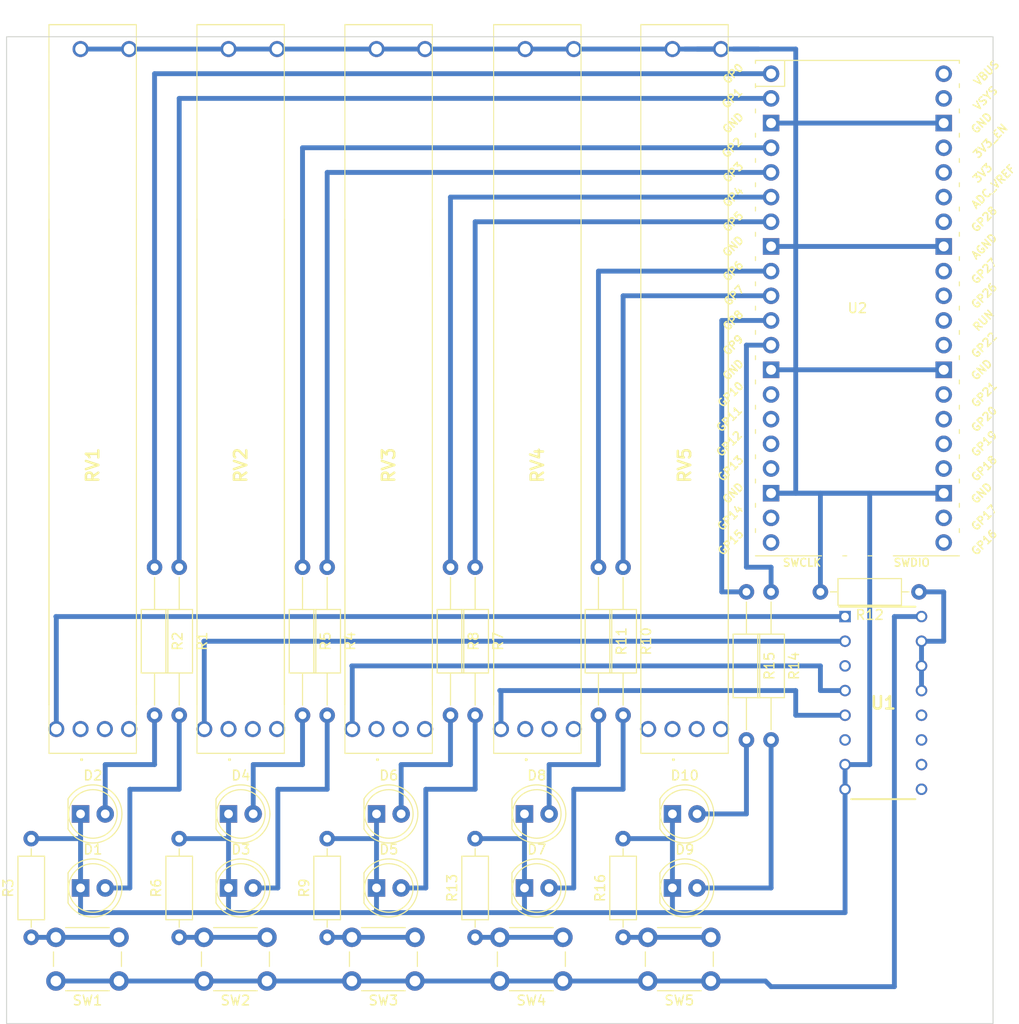
<source format=kicad_pcb>
(kicad_pcb (version 20221018) (generator pcbnew)
  (layers (0 "F.Cu" signal) (31 "B.Cu" signal) (34 "B.Paste" user) (35 "F.Paste" user) (36 "B.SilkS" user "B.Silkscreen") (37 "F.SilkS" user "F.Silkscreen") (38 "B.Mask" user) (39 "F.Mask" user) (44 "Edge.Cuts" user))
  (net 0 "")
  (net 1 "GND")
  (net 2 "/ANAL1")
  (net 3 "+5V")
  (net 4 "/POT1")
  (net 5 "/POT2")
  (net 6 "/POT3")
  (net 7 "/POT4")
  (net 8 "/INH")
  (net 9 "/MUXC")
  (net 10 "/MUXB")
  (net 11 "/MUXA")
  (net 12 "/POT5")
  (net 13 "+3V3")
  (net 14 "Net-(D1-A)")
  (net 15 "/LED1R")
  (net 16 "Net-(D2-A)")
  (net 17 "/LED1G")
  (net 18 "Net-(D3-A)")
  (net 19 "/LED2R")
  (net 20 "Net-(D4-A)")
  (net 21 "/LED2G")
  (net 22 "Net-(D5-A)")
  (net 23 "/LED3R")
  (net 24 "Net-(D6-A)")
  (net 25 "/LED3G")
  (net 26 "Net-(D7-A)")
  (net 27 "/LED4R")
  (net 28 "Net-(D8-A)")
  (net 29 "/LED4G")
  (net 30 "Net-(D9-A)")
  (net 31 "/LED5R")
  (net 32 "Net-(D10-A)")
  (net 33 "/LED5G")
  (net 34 "/SW1")
  (net 35 "/SW2")
  (net 36 "/SW3")
  (net 37 "/SW4")
  (net 38 "/SW5")
  (net 39 "Net-(U1-IN{slash}OUT_6)")
  (footprint "Resistor_THT:R_Axial_DIN0207_L6.3mm_D2.5mm_P10.16mm_Horizontal" (layer "F.Cu") (at 134.62 144.78 90)
    (fp_text reference "R9" (at 5.08 -2.37 90) (layer "F.SilkS"))
    (fp_text value "10k")
    (pad "1" thru_hole circle (at 0 0 90) (size 1.6 1.6) (drill 0.8) (layers "*.Cu" "*.Mask") (net 36 "/SW3"))
    (pad "2" thru_hole oval (at 10.16 0 90) (size 1.6 1.6) (drill 0.8) (layers "*.Cu" "*.Mask") (net 1 "GND"))
  )
  (footprint "LED_THT:LED_D5.0mm" (layer "F.Cu") (at 170.18 139.7)
    (fp_text reference "D9" (at 1.27 -3.96) (layer "F.SilkS"))
    (fp_text value "red")
    (pad "1" thru_hole rect (at 0 0) (size 1.8 1.8) (drill 0.9) (layers "*.Cu" "*.Mask") (net 1 "GND"))
    (pad "2" thru_hole circle (at 2.54 0) (size 1.8 1.8) (drill 0.9) (layers "*.Cu" "*.Mask") (net 30 "Net-(D9-A)"))
  )
  (footprint "LED_THT:LED_D5.0mm" (layer "F.Cu") (at 154.94 139.7)
    (fp_text reference "D7" (at 1.27 -3.96) (layer "F.SilkS"))
    (fp_text value "red")
    (pad "1" thru_hole rect (at 0 0) (size 1.8 1.8) (drill 0.9) (layers "*.Cu" "*.Mask") (net 1 "GND"))
    (pad "2" thru_hole circle (at 2.54 0) (size 1.8 1.8) (drill 0.9) (layers "*.Cu" "*.Mask") (net 26 "Net-(D7-A)"))
  )
  (footprint "Samacsys:RS60112A600N" (layer "F.Cu") (at 139.7 123.34 90)
    (fp_text reference "RV3" (at 27.15 1.25 90) (layer "F.SilkS") (effects (font (size 1.27 1.27) (thickness 0.254))))
    (fp_text value "10k" hide)
    (pad "1" thru_hole circle (at 0 0 90) (size 1.65 1.65) (drill 1.1) (layers "*.Cu" "*.Mask") (net 13 "+3V3"))
    (pad "2" thru_hole circle (at 0 -2.5 90) (size 1.65 1.65) (drill 1.1) (layers "*.Cu" "*.Mask") (net 6 "/POT3"))
    (pad "3" thru_hole circle (at 70 0 90) (size 1.65 1.65) (drill 1.1) (layers "*.Cu" "*.Mask") (net 1 "GND"))
    (pad "B1" thru_hole circle (at 0 5 90) (size 1.65 1.65) (drill 1.1) (layers "*.Cu" "*.Mask"))
    (pad "B2" thru_hole circle (at 0 2.5 90) (size 1.65 1.65) (drill 1.1) (layers "*.Cu" "*.Mask"))
    (pad "B3" thru_hole circle (at 70 5 90) (size 1.65 1.65) (drill 1.1) (layers "*.Cu" "*.Mask"))
  )
  (footprint "Resistor_THT:R_Axial_DIN0207_L6.3mm_D2.5mm_P15.24mm_Horizontal" (layer "F.Cu") (at 165.1 106.68 -90)
    (fp_text reference "R10" (at 7.62 -2.37 -90) (layer "F.SilkS"))
    (fp_text value "1k")
    (pad "1" thru_hole circle (at 0 0 270) (size 1.6 1.6) (drill 0.8) (layers "*.Cu" "*.Mask") (net 27 "/LED4R"))
    (pad "2" thru_hole oval (at 15.24 0 270) (size 1.6 1.6) (drill 0.8) (layers "*.Cu" "*.Mask") (net 26 "Net-(D7-A)"))
  )
  (footprint "Resistor_THT:R_Axial_DIN0207_L6.3mm_D2.5mm_P15.24mm_Horizontal" (layer "F.Cu") (at 149.86 106.68 -90)
    (fp_text reference "R7" (at 7.62 -2.37 -90) (layer "F.SilkS"))
    (fp_text value "1k")
    (pad "1" thru_hole circle (at 0 0 270) (size 1.6 1.6) (drill 0.8) (layers "*.Cu" "*.Mask") (net 23 "/LED3R"))
    (pad "2" thru_hole oval (at 15.24 0 270) (size 1.6 1.6) (drill 0.8) (layers "*.Cu" "*.Mask") (net 22 "Net-(D5-A)"))
  )
  (footprint "Resistor_THT:R_Axial_DIN0207_L6.3mm_D2.5mm_P15.24mm_Horizontal" (layer "F.Cu") (at 119.38 106.68 -90)
    (fp_text reference "R1" (at 7.62 -2.37 -90) (layer "F.SilkS"))
    (fp_text value "1k")
    (pad "1" thru_hole circle (at 0 0 270) (size 1.6 1.6) (drill 0.8) (layers "*.Cu" "*.Mask") (net 15 "/LED1R"))
    (pad "2" thru_hole oval (at 15.24 0 270) (size 1.6 1.6) (drill 0.8) (layers "*.Cu" "*.Mask") (net 14 "Net-(D1-A)"))
  )
  (footprint "Resistor_THT:R_Axial_DIN0207_L6.3mm_D2.5mm_P15.24mm_Horizontal" (layer "F.Cu") (at 162.56 106.68 -90)
    (fp_text reference "R11" (at 7.62 -2.37 -90) (layer "F.SilkS"))
    (fp_text value "1k")
    (pad "1" thru_hole circle (at 0 0 270) (size 1.6 1.6) (drill 0.8) (layers "*.Cu" "*.Mask") (net 29 "/LED4G"))
    (pad "2" thru_hole oval (at 15.24 0 270) (size 1.6 1.6) (drill 0.8) (layers "*.Cu" "*.Mask") (net 28 "Net-(D8-A)"))
  )
  (footprint "Button_Switch_THT:SW_PUSH_6mm" (layer "F.Cu") (at 174.14 149.28 180)
    (fp_text reference "SW5" (at 3.25 -2) (layer "F.SilkS"))
    (fp_text value "SW_Push" hide)
    (pad "1" thru_hole circle (at 0 0 270) (size 2 2) (drill 1.1) (layers "*.Cu" "*.Mask") (net 13 "+3V3"))
    (pad "1" thru_hole circle (at 6.5 0 270) (size 2 2) (drill 1.1) (layers "*.Cu" "*.Mask") (net 13 "+3V3"))
    (pad "2" thru_hole circle (at 0 4.5 270) (size 2 2) (drill 1.1) (layers "*.Cu" "*.Mask") (net 38 "/SW5"))
    (pad "2" thru_hole circle (at 6.5 4.5 270) (size 2 2) (drill 1.1) (layers "*.Cu" "*.Mask") (net 38 "/SW5"))
  )
  (footprint "LED_THT:LED_D5.0mm" (layer "F.Cu") (at 170.18 132.08)
    (fp_text reference "D10" (at 1.27 -3.96) (layer "F.SilkS"))
    (fp_text value "green")
    (pad "1" thru_hole rect (at 0 0) (size 1.8 1.8) (drill 0.9) (layers "*.Cu" "*.Mask") (net 1 "GND"))
    (pad "2" thru_hole circle (at 2.54 0) (size 1.8 1.8) (drill 0.9) (layers "*.Cu" "*.Mask") (net 32 "Net-(D10-A)"))
  )
  (footprint "LED_THT:LED_D5.0mm" (layer "F.Cu") (at 109.22 132.08)
    (fp_text reference "D2" (at 1.27 -3.96) (layer "F.SilkS"))
    (fp_text value "green")
    (pad "1" thru_hole rect (at 0 0) (size 1.8 1.8) (drill 0.9) (layers "*.Cu" "*.Mask") (net 1 "GND"))
    (pad "2" thru_hole circle (at 2.54 0) (size 1.8 1.8) (drill 0.9) (layers "*.Cu" "*.Mask") (net 16 "Net-(D2-A)"))
  )
  (footprint "Resistor_THT:R_Axial_DIN0207_L6.3mm_D2.5mm_P15.24mm_Horizontal" (layer "F.Cu") (at 180.34 109.22 -90)
    (fp_text reference "R14" (at 7.62 -2.37 -90) (layer "F.SilkS"))
    (fp_text value "1k")
    (pad "1" thru_hole circle (at 0 0 270) (size 1.6 1.6) (drill 0.8) (layers "*.Cu" "*.Mask") (net 31 "/LED5R"))
    (pad "2" thru_hole oval (at 15.24 0 270) (size 1.6 1.6) (drill 0.8) (layers "*.Cu" "*.Mask") (net 30 "Net-(D9-A)"))
  )
  (footprint "Resistor_THT:R_Axial_DIN0207_L6.3mm_D2.5mm_P10.16mm_Horizontal" (layer "F.Cu") (at 195.58 109.22 180)
    (fp_text reference "R12" (at 5.08 -2.37) (layer "F.SilkS"))
    (fp_text value "10k")
    (pad "1" thru_hole circle (at 0 0 180) (size 1.6 1.6) (drill 0.8) (layers "*.Cu" "*.Mask") (net 39 "Net-(U1-IN{slash}OUT_6)"))
    (pad "2" thru_hole oval (at 10.16 0 180) (size 1.6 1.6) (drill 0.8) (layers "*.Cu" "*.Mask") (net 1 "GND"))
  )
  (footprint "Samacsys:RS60112A600N" (layer "F.Cu") (at 155.02 123.34 90)
    (fp_text reference "RV4" (at 27.15 1.25 90) (layer "F.SilkS") (effects (font (size 1.27 1.27) (thickness 0.254))))
    (fp_text value "10k" hide)
    (pad "1" thru_hole circle (at 0 0 90) (size 1.65 1.65) (drill 1.1) (layers "*.Cu" "*.Mask") (net 13 "+3V3"))
    (pad "2" thru_hole circle (at 0 -2.5 90) (size 1.65 1.65) (drill 1.1) (layers "*.Cu" "*.Mask") (net 7 "/POT4"))
    (pad "3" thru_hole circle (at 70 0 90) (size 1.65 1.65) (drill 1.1) (layers "*.Cu" "*.Mask") (net 1 "GND"))
    (pad "B1" thru_hole circle (at 0 5 90) (size 1.65 1.65) (drill 1.1) (layers "*.Cu" "*.Mask"))
    (pad "B2" thru_hole circle (at 0 2.5 90) (size 1.65 1.65) (drill 1.1) (layers "*.Cu" "*.Mask"))
    (pad "B3" thru_hole circle (at 70 5 90) (size 1.65 1.65) (drill 1.1) (layers "*.Cu" "*.Mask"))
  )
  (footprint "Pico_W:RPi_Pico_THT" (layer "F.Cu") (at 189.23 80.01)
    (fp_text reference "U2" (at 0 0) (layer "F.SilkS"))
    (fp_text value "Pico")
    (fp_text user "GP27" (at 13.054 -3.8 45) (layer "F.SilkS") (effects (font (size 0.8 0.8))))
    (fp_text user "VBUS" (at 13.3 -24.2 45) (layer "F.SilkS") (effects (font (size 0.8 0.8))))
    (fp_text user "GP16" (at 13.054 24.13 45) (layer "F.SilkS") (effects (font (size 0.8 0.8))))
    (fp_text user "GP9" (at -12.8 3.81 45) (layer "F.SilkS") (effects (font (size 0.8 0.8))))
    (fp_text user "GP8" (at -12.8 1.27 45) (layer "F.SilkS") (effects (font (size 0.8 0.8))))
    (fp_text user "GND" (at -12.8 6.35 45) (layer "F.SilkS") (effects (font (size 0.8 0.8))))
    (fp_text user "SWCLK" (at -5.7 26.2) (layer "F.SilkS") (effects (font (size 0.8 0.8))))
    (fp_text user "GP28" (at 13.054 -9.144 45) (layer "F.SilkS") (effects (font (size 0.8 0.8))))
    (fp_text user "GP7" (at -12.7 -1.3 45) (layer "F.SilkS") (effects (font (size 0.8 0.8))))
    (fp_text user "3V3" (at 12.9 -13.9 45) (layer "F.SilkS") (effects (font (size 0.8 0.8))))
    (fp_text user "GP11" (at -13.2 11.43 45) (layer "F.SilkS") (effects (font (size 0.8 0.8))))
    (fp_text user "GP4" (at -12.8 -11.43 45) (layer "F.SilkS") (effects (font (size 0.8 0.8))))
    (fp_text user "3V3_EN" (at 13.7 -17.2 45) (layer "F.SilkS") (effects (font (size 0.8 0.8))))
    (fp_text user "GP21" (at 13.054 8.9 45) (layer "F.SilkS") (effects (font (size 0.8 0.8))))
    (fp_text user "GP1" (at -12.9 -21.6 45) (layer "F.SilkS") (effects (font (size 0.8 0.8))))
    (fp_text user "GP22" (at 13.054 3.81 45) (layer "F.SilkS") (effects (font (size 0.8 0.8))))
    (fp_text user "GP3" (at -12.8 -13.97 45) (layer "F.SilkS") (effects (font (size 0.8 0.8))))
    (fp_text user "GP26" (at 13.054 -1.27 45) (layer "F.SilkS") (effects (font (size 0.8 0.8))))
    (fp_text user "GND" (at -12.8 19.05 45) (layer "F.SilkS") (effects (font (size 0.8 0.8))))
    (fp_text user "GP10" (at -13.054 8.89 45) (layer "F.SilkS") (effects (font (size 0.8 0.8))))
    (fp_text user "GP15" (at -13.054 24.13 45) (layer "F.SilkS") (effects (font (size 0.8 0.8))))
    (fp_text user "ADC_VREF" (at 14 -12.5 45) (layer "F.SilkS") (effects (font (size 0.8 0.8))))
    (fp_text user "GP19" (at 13.054 13.97 45) (layer "F.SilkS") (effects (font (size 0.8 0.8))))
    (fp_text user "GND" (at 12.8 19.05 45) (layer "F.SilkS") (effects (font (size 0.8 0.8))))
    (fp_text user "AGND" (at 13.054 -6.35 45) (layer "F.SilkS") (effects (font (size 0.8 0.8))))
    (fp_text user "RUN" (at 13 1.27 45) (layer "F.SilkS") (effects (font (size 0.8 0.8))))
    (fp_text user "GND" (at -12.8 -19.05 45) (layer "F.SilkS") (effects (font (size 0.8 0.8))))
    (fp_text user "GP12" (at -13.2 13.97 45) (layer "F.SilkS") (effects (font (size 0.8 0.8))))
    (fp_text user "GP18" (at 13.054 16.51 45) (layer "F.SilkS") (effects (font (size 0.8 0.8))))
    (fp_text user "SWDIO" (at 5.6 26.2) (layer "F.SilkS") (effects (font (size 0.8 0.8))))
    (fp_text user "GND" (at 12.8 6.35 45) (layer "F.SilkS") (effects (font (size 0.8 0.8))))
    (fp_text user "GP2" (at -12.9 -16.51 45) (layer "F.SilkS") (effects (font (size 0.8 0.8))))
    (fp_text user "GP17" (at 13.054 21.59 45) (layer "F.SilkS") (effects (font (size 0.8 0.8))))
    (fp_text user "GND" (at 12.8 -19.05 45) (layer "F.SilkS") (effects (font (size 0.8 0.8))))
    (fp_text user "GP20" (at 13.054 11.43 45) (layer "F.SilkS") (effects (font (size 0.8 0.8))))
    (fp_text user "GP5" (at -12.8 -8.89 45) (layer "F.SilkS") (effects (font (size 0.8 0.8))))
    (fp_text user "GP13" (at -13.054 16.51 45) (layer "F.SilkS") (effects (font (size 0.8 0.8))))
    (fp_text user "GND" (at -12.8 -6.35 45) (layer "F.SilkS") (effects (font (size 0.8 0.8))))
    (fp_text user "VSYS" (at 13.2 -21.59 45) (layer "F.SilkS") (effects (font (size 0.8 0.8))))
    (fp_text user "GP14" (at -13.1 21.59 45) (layer "F.SilkS") (effects (font (size 0.8 0.8))))
    (fp_text user "GP0" (at -12.8 -24.13 45) (layer "F.SilkS") (effects (font (size 0.8 0.8))))
    (fp_text user "GP6" (at -12.8 -3.81 45) (layer "F.SilkS") (effects (font (size 0.8 0.8))))
    (pad "" np_thru_hole oval (at -2.725 -24) (size 1.8 1.8) (drill 1.8) (layers "*.Cu" "*.Mask"))
    (pad "" np_thru_hole oval (at -2.425 -20.97) (size 1.5 1.5) (drill 1.5) (layers "*.Cu" "*.Mask"))
    (pad "" np_thru_hole oval (at 2.425 -20.97) (size 1.5 1.5) (drill 1.5) (layers "*.Cu" "*.Mask"))
    (pad "" np_thru_hole oval (at 2.725 -24) (size 1.8 1.8) (drill 1.8) (layers "*.Cu" "*.Mask"))
    (pad "1" thru_hole oval (at -8.89 -24.13) (size 1.7 1.7) (drill 1.02) (layers "*.Cu" "*.Mask") (net 17 "/LED1G"))
    (pad "2" thru_hole oval (at -8.89 -21.59) (size 1.7 1.7) (drill 1.02) (layers "*.Cu" "*.Mask") (net 15 "/LED1R"))
    (pad "3" thru_hole rect (at -8.89 -19.05) (size 1.7 1.7) (drill 1.02) (layers "*.Cu" "*.Mask") (net 1 "GND"))
    (pad "4" thru_hole oval (at -8.89 -16.51) (size 1.7 1.7) (drill 1.02) (layers "*.Cu" "*.Mask") (net 21 "/LED2G"))
    (pad "5" thru_hole oval (at -8.89 -13.97) (size 1.7 1.7) (drill 1.02) (layers "*.Cu" "*.Mask") (net 19 "/LED2R"))
    (pad "6" thru_hole oval (at -8.89 -11.43) (size 1.7 1.7) (drill 1.02) (layers "*.Cu" "*.Mask") (net 25 "/LED3G"))
    (pad "7" thru_hole oval (at -8.89 -8.89) (size 1.7 1.7) (drill 1.02) (layers "*.Cu" "*.Mask") (net 23 "/LED3R"))
    (pad "8" thru_hole rect (at -8.89 -6.35) (size 1.7 1.7) (drill 1.02) (layers "*.Cu" "*.Mask") (net 1 "GND"))
    (pad "9" thru_hole oval (at -8.89 -3.81) (size 1.7 1.7) (drill 1.02) (layers "*.Cu" "*.Mask") (net 29 "/LED4G"))
    (pad "10" thru_hole oval (at -8.89 -1.27) (size 1.7 1.7) (drill 1.02) (layers "*.Cu" "*.Mask") (net 27 "/LED4R"))
    (pad "11" thru_hole oval (at -8.89 1.27) (size 1.7 1.7) (drill 1.02) (layers "*.Cu" "*.Mask") (net 33 "/LED5G"))
    (pad "12" thru_hole oval (at -8.89 3.81) (size 1.7 1.7) (drill 1.02) (layers "*.Cu" "*.Mask") (net 31 "/LED5R"))
    (pad "13" thru_hole rect (at -8.89 6.35) (size 1.7 1.7) (drill 1.02) (layers "*.Cu" "*.Mask") (net 1 "GND"))
    (pad "14" thru_hole oval (at -8.89 8.89) (size 1.7 1.7) (drill 1.02) (layers "*.Cu" "*.Mask") (net 34 "/SW1"))
    (pad "15" thru_hole oval (at -8.89 11.43) (size 1.7 1.7) (drill 1.02) (layers "*.Cu" "*.Mask") (net 35 "/SW2"))
    (pad "16" thru_hole oval (at -8.89 13.97) (size 1.7 1.7) (drill 1.02) (layers "*.Cu" "*.Mask") (net 36 "/SW3"))
    (pad "17" thru_hole oval (at -8.89 16.51) (size 1.7 1.7) (drill 1.02) (layers "*.Cu" "*.Mask") (net 37 "/SW4"))
    (pad "18" thru_hole rect (at -8.89 19.05) (size 1.7 1.7) (drill 1.02) (layers "*.Cu" "*.Mask") (net 1 "GND"))
    (pad "19" thru_hole oval (at -8.89 21.59) (size 1.7 1.7) (drill 1.02) (layers "*.Cu" "*.Mask") (net 38 "/SW5"))
    (pad "20" thru_hole oval (at -8.89 24.13) (size 1.7 1.7) (drill 1.02) (layers "*.Cu" "*.Mask"))
    (pad "21" thru_hole oval (at 8.89 24.13) (size 1.7 1.7) (drill 1.02) (layers "*.Cu" "*.Mask") (net 9 "/MUXC"))
    (pad "22" thru_hole oval (at 8.89 21.59) (size 1.7 1.7) (drill 1.02) (layers "*.Cu" "*.Mask") (net 10 "/MUXB"))
    (pad "23" thru_hole rect (at 8.89 19.05) (size 1.7 1.7) (drill 1.02) (layers "*.Cu" "*.Mask") (net 1 "GND"))
    (pad "24" thru_hole oval (at 8.89 16.51) (size 1.7 1.7) (drill 1.02) (layers "*.Cu" "*.Mask") (net 11 "/MUXA"))
    (pad "25" thru_hole oval (at 8.89 13.97) (size 1.7 1.7) (drill 1.02) (layers "*.Cu" "*.Mask"))
    (pad "26" thru_hole oval (at 8.89 11.43) (size 1.7 1.7) (drill 1.02) (layers "*.Cu" "*.Mask"))
    (pad "27" thru_hole oval (at 8.89 8.89) (size 1.7 1.7) (drill 1.02) (layers "*.Cu" "*.Mask"))
    (pad "28" thru_hole rect (at 8.89 6.35) (size 1.7 1.7) (drill 1.02) (layers "*.Cu" "*.Mask") (net 1 "GND"))
    (pad "29" thru_hole oval (at 8.89 3.81) (size 1.7 1.7) (drill 1.02) (layers "*.Cu" "*.Mask"))
    (pad "30" thru_hole oval (at 8.89 1.27) (size 1.7 1.7) (drill 1.02) (layers "*.Cu" "*.Mask"))
    (pad "31" thru_hole oval (at 8.89 -1.27) (size 1.7 1.7) (drill 1.02) (layers "*.Cu" "*.Mask") (net 2 "/ANAL1"))
    (pad "32" thru_hole oval (at 8.89 -3.81) (size 1.7 1.7) (drill 1.02) (layers "*.Cu" "*.Mask"))
    (pad "33" thru_hole rect (at 8.89 -6.35) (size 1.7 1.7) (drill 1.02) (layers "*.Cu" "*.Mask") (net 1 "GND"))
    (pad "34" thru_hole oval (at 8.89 -8.89) (size 1.7 1.7) (drill 1.02) (layers "*.Cu" "*.Mask"))
    (pad "35" thru_hole oval (at 8.89 -11.43) (size 1.7 1.7) (drill 1.02) (layers "*.Cu" "*.Mask"))
    (pad "36" thru_hole oval (at 8.89 -13.97) (size 1.7 1.7) (drill 1.02) (layers "*.Cu" "*.Mask"))
    (pad "37" thru_hole oval (at 8.89 -16.51) (size 1.7 1.7) (drill 1.02) (layers "*.Cu" "*.Mask"))
    (pad "38" thru_hole rect (at 8.89 -19.05) (size 1.7 1.7) (drill 1.02) (layers "*.Cu" "*.Mask") (net 1 "GND"))
    (pad "39" thru_hole oval (at 8.89 -21.59) (size 1.7 1.7) (drill 1.02) (layers "*.Cu" "*.Mask"))
    (pad "40" thru_hole oval (at 8.89 -24.13) (size 1.7 1.7) (drill 1.02) (layers "*.Cu" "*.Mask") (net 3 "+5V"))
  )
  (footprint "LED_THT:LED_D5.0mm" (layer "F.Cu") (at 154.94 132.08)
    (fp_text reference "D8" (at 1.27 -3.96) (layer "F.SilkS"))
    (fp_text value "green")
    (pad "1" thru_hole rect (at 0 0) (size 1.8 1.8) (drill 0.9) (layers "*.Cu" "*.Mask") (net 1 "GND"))
    (pad "2" thru_hole circle (at 2.54 0) (size 1.8 1.8) (drill 0.9) (layers "*.Cu" "*.Mask") (net 28 "Net-(D8-A)"))
  )
  (footprint "LED_THT:LED_D5.0mm" (layer "F.Cu") (at 139.7 139.7)
    (fp_text reference "D5" (at 1.27 -3.96) (layer "F.SilkS"))
    (fp_text value "red")
    (pad "1" thru_hole rect (at 0 0) (size 1.8 1.8) (drill 0.9) (layers "*.Cu" "*.Mask") (net 1 "GND"))
    (pad "2" thru_hole circle (at 2.54 0) (size 1.8 1.8) (drill 0.9) (layers "*.Cu" "*.Mask") (net 22 "Net-(D5-A)"))
  )
  (footprint "LED_THT:LED_D5.0mm" (layer "F.Cu") (at 109.22 139.7)
    (fp_text reference "D1" (at 1.27 -3.96) (layer "F.SilkS"))
    (fp_text value "red")
    (pad "1" thru_hole rect (at 0 0) (size 1.8 1.8) (drill 0.9) (layers "*.Cu" "*.Mask") (net 1 "GND"))
    (pad "2" thru_hole circle (at 2.54 0) (size 1.8 1.8) (drill 0.9) (layers "*.Cu" "*.Mask") (net 14 "Net-(D1-A)"))
  )
  (footprint "Button_Switch_THT:SW_PUSH_6mm" (layer "F.Cu") (at 128.42 149.28 180)
    (fp_text reference "SW2" (at 3.25 -2) (layer "F.SilkS"))
    (fp_text value "SW_Push" hide)
    (pad "1" thru_hole circle (at 0 0 270) (size 2 2) (drill 1.1) (layers "*.Cu" "*.Mask") (net 13 "+3V3"))
    (pad "1" thru_hole circle (at 6.5 0 270) (size 2 2) (drill 1.1) (layers "*.Cu" "*.Mask") (net 13 "+3V3"))
    (pad "2" thru_hole circle (at 0 4.5 270) (size 2 2) (drill 1.1) (layers "*.Cu" "*.Mask") (net 35 "/SW2"))
    (pad "2" thru_hole circle (at 6.5 4.5 270) (size 2 2) (drill 1.1) (layers "*.Cu" "*.Mask") (net 35 "/SW2"))
  )
  (footprint "Button_Switch_THT:SW_PUSH_6mm" (layer "F.Cu") (at 143.66 149.28 180)
    (fp_text reference "SW3" (at 3.25 -2) (layer "F.SilkS"))
    (fp_text value "SW_Push" hide)
    (pad "1" thru_hole circle (at 0 0 270) (size 2 2) (drill 1.1) (layers "*.Cu" "*.Mask") (net 13 "+3V3"))
    (pad "1" thru_hole circle (at 6.5 0 270) (size 2 2) (drill 1.1) (layers "*.Cu" "*.Mask") (net 13 "+3V3"))
    (pad "2" thru_hole circle (at 0 4.5 270) (size 2 2) (drill 1.1) (layers "*.Cu" "*.Mask") (net 36 "/SW3"))
    (pad "2" thru_hole circle (at 6.5 4.5 270) (size 2 2) (drill 1.1) (layers "*.Cu" "*.Mask") (net 36 "/SW3"))
  )
  (footprint "Samacsys:RS60112A600N" (layer "F.Cu") (at 170.18 123.34 90)
    (fp_text reference "RV5" (at 27.15 1.25 90) (layer "F.SilkS") (effects (font (size 1.27 1.27) (thickness 0.254))))
    (fp_text value "10k" hide)
    (pad "1" thru_hole circle (at 0 0 90) (size 1.65 1.65) (drill 1.1) (layers "*.Cu" "*.Mask") (net 13 "+3V3"))
    (pad "2" thru_hole circle (at 0 -2.5 90) (size 1.65 1.65) (drill 1.1) (layers "*.Cu" "*.Mask") (net 12 "/POT5"))
    (pad "3" thru_hole circle (at 70 0 90) (size 1.65 1.65) (drill 1.1) (layers "*.Cu" "*.Mask") (net 1 "GND"))
    (pad "B1" thru_hole circle (at 0 5 90) (size 1.65 1.65) (drill 1.1) (layers "*.Cu" "*.Mask"))
    (pad "B2" thru_hole circle (at 0 2.5 90) (size 1.65 1.65) (drill 1.1) (layers "*.Cu" "*.Mask"))
    (pad "B3" thru_hole circle (at 70 5 90) (size 1.65 1.65) (drill 1.1) (layers "*.Cu" "*.Mask"))
  )
  (footprint "Samacsys:DIP787W58P254L1930H508Q16N" (layer "F.Cu") (at 191.897 120.65)
    (fp_text reference "U1" (at 0 0) (layer "F.SilkS") (effects (font (size 1.27 1.27) (thickness 0.254))))
    (fp_text value "CD4051BCN" hide)
    (pad "1" thru_hole rect (at -3.937 -8.89) (size 1.184 1.184) (drill 0.784) (layers "*.Cu" "*.Mask") (net 4 "/POT1"))
    (pad "2" thru_hole circle (at -3.937 -6.35) (size 1.184 1.184) (drill 0.784) (layers "*.Cu" "*.Mask") (net 5 "/POT2"))
    (pad "3" thru_hole circle (at -3.937 -3.81) (size 1.184 1.184) (drill 0.784) (layers "*.Cu" "*.Mask") (net 2 "/ANAL1"))
    (pad "4" thru_hole circle (at -3.937 -1.27) (size 1.184 1.184) (drill 0.784) (layers "*.Cu" "*.Mask") (net 6 "/POT3"))
    (pad "5" thru_hole circle (at -3.937 1.27) (size 1.184 1.184) (drill 0.784) (layers "*.Cu" "*.Mask") (net 7 "/POT4"))
    (pad "6" thru_hole circle (at -3.937 3.81) (size 1.184 1.184) (drill 0.784) (layers "*.Cu" "*.Mask") (net 8 "/INH"))
    (pad "7" thru_hole circle (at -3.937 6.35) (size 1.184 1.184) (drill 0.784) (layers "*.Cu" "*.Mask") (net 1 "GND"))
    (pad "8" thru_hole circle (at -3.937 8.89) (size 1.184 1.184) (drill 0.784) (layers "*.Cu" "*.Mask") (net 1 "GND"))
    (pad "9" thru_hole circle (at 3.937 8.89) (size 1.184 1.184) (drill 0.784) (layers "*.Cu" "*.Mask") (net 9 "/MUXC"))
    (pad "10" thru_hole circle (at 3.937 6.35) (size 1.184 1.184) (drill 0.784) (layers "*.Cu" "*.Mask") (net 10 "/MUXB"))
    (pad "11" thru_hole circle (at 3.937 3.81) (size 1.184 1.184) (drill 0.784) (layers "*.Cu" "*.Mask") (net 11 "/MUXA"))
    (pad "12" thru_hole circle (at 3.937 1.27) (size 1.184 1.184) (drill 0.784) (layers "*.Cu" "*.Mask") (net 12 "/POT5"))
    (pad "13" thru_hole circle (at 3.937 -1.27) (size 1.184 1.184) (drill 0.784) (layers "*.Cu" "*.Mask") (net 39 "Net-(U1-IN{slash}OUT_6)"))
    (pad "14" thru_hole circle (at 3.937 -3.81) (size 1.184 1.184) (drill 0.784) (layers "*.Cu" "*.Mask") (net 39 "Net-(U1-IN{slash}OUT_6)"))
    (pad "15" thru_hole circle (at 3.937 -6.35) (size 1.184 1.184) (drill 0.784) (layers "*.Cu" "*.Mask") (net 39 "Net-(U1-IN{slash}OUT_6)"))
    (pad "16" thru_hole circle (at 3.937 -8.89) (size 1.184 1.184) (drill 0.784) (layers "*.Cu" "*.Mask") (net 13 "+3V3"))
  )
  (footprint "Resistor_THT:R_Axial_DIN0207_L6.3mm_D2.5mm_P10.16mm_Horizontal" (layer "F.Cu") (at 149.86 144.78 90)
    (fp_text reference "R13" (at 5.08 -2.37 90) (layer "F.SilkS"))
    (fp_text value "10k")
    (pad "1" thru_hole circle (at 0 0 90) (size 1.6 1.6) (drill 0.8) (layers "*.Cu" "*.Mask") (net 37 "/SW4"))
    (pad "2" thru_hole oval (at 10.16 0 90) (size 1.6 1.6) (drill 0.8) (layers "*.Cu" "*.Mask") (net 1 "GND"))
  )
  (footprint "Resistor_THT:R_Axial_DIN0207_L6.3mm_D2.5mm_P10.16mm_Horizontal" (layer "F.Cu") (at 119.38 144.78 90)
    (fp_text reference "R6" (at 5.08 -2.37 90) (layer "F.SilkS"))
    (fp_text value "10k")
    (pad "1" thru_hole circle (at 0 0 90) (size 1.6 1.6) (drill 0.8) (layers "*.Cu" "*.Mask") (net 35 "/SW2"))
    (pad "2" thru_hole oval (at 10.16 0 90) (size 1.6 1.6) (drill 0.8) (layers "*.Cu" "*.Mask") (net 1 "GND"))
  )
  (footprint "LED_THT:LED_D5.0mm" (layer "F.Cu") (at 139.7 132.08)
    (fp_text reference "D6" (at 1.27 -3.96) (layer "F.SilkS"))
    (fp_text value "green")
    (pad "1" thru_hole rect (at 0 0) (size 1.8 1.8) (drill 0.9) (layers "*.Cu" "*.Mask") (net 1 "GND"))
    (pad "2" thru_hole circle (at 2.54 0) (size 1.8 1.8) (drill 0.9) (layers "*.Cu" "*.Mask") (net 24 "Net-(D6-A)"))
  )
  (footprint "LED_THT:LED_D5.0mm" (layer "F.Cu") (at 124.46 139.7)
    (fp_text reference "D3" (at 1.27 -3.96) (layer "F.SilkS"))
    (fp_text value "red")
    (pad "1" thru_hole rect (at 0 0) (size 1.8 1.8) (drill 0.9) (layers "*.Cu" "*.Mask") (net 1 "GND"))
    (pad "2" thru_hole circle (at 2.54 0) (size 1.8 1.8) (drill 0.9) (layers "*.Cu" "*.Mask") (net 18 "Net-(D3-A)"))
  )
  (footprint "Resistor_THT:R_Axial_DIN0207_L6.3mm_D2.5mm_P15.24mm_Horizontal" (layer "F.Cu") (at 134.62 106.68 -90)
    (fp_text reference "R4" (at 7.62 -2.37 -90) (layer "F.SilkS"))
    (fp_text value "1k")
    (pad "1" thru_hole circle (at 0 0 270) (size 1.6 1.6) (drill 0.8) (layers "*.Cu" "*.Mask") (net 19 "/LED2R"))
    (pad "2" thru_hole oval (at 15.24 0 270) (size 1.6 1.6) (drill 0.8) (layers "*.Cu" "*.Mask") (net 18 "Net-(D3-A)"))
  )
  (footprint "Resistor_THT:R_Axial_DIN0207_L6.3mm_D2.5mm_P10.16mm_Horizontal" (layer "F.Cu") (at 165.1 144.78 90)
    (fp_text reference "R16" (at 5.08 -2.37 90) (layer "F.SilkS"))
    (fp_text value "10k")
    (pad "1" thru_hole circle (at 0 0 90) (size 1.6 1.6) (drill 0.8) (layers "*.Cu" "*.Mask") (net 38 "/SW5"))
    (pad "2" thru_hole oval (at 10.16 0 90) (size 1.6 1.6) (drill 0.8) (layers "*.Cu" "*.Mask") (net 1 "GND"))
  )
  (footprint "Resistor_THT:R_Axial_DIN0207_L6.3mm_D2.5mm_P15.24mm_Horizontal" (layer "F.Cu") (at 177.8 109.22 -90)
    (fp_text reference "R15" (at 7.62 -2.37 -90) (layer "F.SilkS"))
    (fp_text value "1k")
    (pad "1" thru_hole circle (at 0 0 270) (size 1.6 1.6) (drill 0.8) (layers "*.Cu" "*.Mask") (net 33 "/LED5G"))
    (pad "2" thru_hole oval (at 15.24 0 270) (size 1.6 1.6) (drill 0.8) (layers "*.Cu" "*.Mask") (net 32 "Net-(D10-A)"))
  )
  (footprint "Samacsys:RS60112A600N" (layer "F.Cu") (at 124.46 123.34 90)
    (fp_text reference "RV2" (at 27.15 1.25 90) (layer "F.SilkS") (effects (font (size 1.27 1.27) (thickness 0.254))))
    (fp_text value "10k" hide)
    (pad "1" thru_hole circle (at 0 0 90) (size 1.65 1.65) (drill 1.1) (layers "*.Cu" "*.Mask") (net 13 "+3V3"))
    (pad "2" thru_hole circle (at 0 -2.5 90) (size 1.65 1.65) (drill 1.1) (layers "*.Cu" "*.Mask") (net 5 "/POT2"))
    (pad "3" thru_hole circle (at 70 0 90) (size 1.65 1.65) (drill 1.1) (layers "*.Cu" "*.Mask") (net 1 "GND"))
    (pad "B1" thru_hole circle (at 0 5 90) (size 1.65 1.65) (drill 1.1) (layers "*.Cu" "*.Mask"))
    (pad "B2" thru_hole circle (at 0 2.5 90) (size 1.65 1.65) (drill 1.1) (layers "*.Cu" "*.Mask"))
    (pad "B3" thru_hole circle (at 70 5 90) (size 1.65 1.65) (drill 1.1) (layers "*.Cu" "*.Mask"))
  )
  (footprint "Button_Switch_THT:SW_PUSH_6mm" (layer "F.Cu") (at 113.18 149.28 180)
    (fp_text reference "SW1" (at 3.25 -2) (layer "F.SilkS"))
    (fp_text value "SW_Push" hide)
    (pad "1" thru_hole circle (at 0 0 270) (size 2 2) (drill 1.1) (layers "*.Cu" "*.Mask") (net 13 "+3V3"))
    (pad "1" thru_hole circle (at 6.5 0 270) (size 2 2) (drill 1.1) (layers "*.Cu" "*.Mask") (net 13 "+3V3"))
    (pad "2" thru_hole circle (at 0 4.5 270) (size 2 2) (drill 1.1) (layers "*.Cu" "*.Mask") (net 34 "/SW1"))
    (pad "2" thru_hole circle (at 6.5 4.5 270) (size 2 2) (drill 1.1) (layers "*.Cu" "*.Mask") (net 34 "/SW1"))
  )
  (footprint "Resistor_THT:R_Axial_DIN0207_L6.3mm_D2.5mm_P10.16mm_Horizontal" (layer "F.Cu") (at 104.14 144.78 90)
    (fp_text reference "R3" (at 5.08 -2.37 90) (layer "F.SilkS"))
    (fp_text value "10k")
    (pad "1" thru_hole circle (at 0 0 90) (size 1.6 1.6) (drill 0.8) (layers "*.Cu" "*.Mask") (net 34 "/SW1"))
    (pad "2" thru_hole oval (at 10.16 0 90) (size 1.6 1.6) (drill 0.8) (layers "*.Cu" "*.Mask") (net 1 "GND"))
  )
  (footprint "Resistor_THT:R_Axial_DIN0207_L6.3mm_D2.5mm_P15.24mm_Horizontal" (layer "F.Cu") (at 132.08 106.68 -90)
    (fp_text reference "R5" (at 7.62 -2.37 -90) (layer "F.SilkS"))
    (fp_text value "1k")
    (pad "1" thru_hole circle (at 0 0 270) (size 1.6 1.6) (drill 0.8) (layers "*.Cu" "*.Mask") (net 21 "/LED2G"))
    (pad "2" thru_hole oval (at 15.24 0 270) (size 1.6 1.6) (drill 0.8) (layers "*.Cu" "*.Mask") (net 20 "Net-(D4-A)"))
  )
  (footprint "Resistor_THT:R_Axial_DIN0207_L6.3mm_D2.5mm_P15.24mm_Horizontal" (layer "F.Cu") (at 147.32 106.68 -90)
    (fp_text reference "R8" (at 7.62 -2.37 -90) (layer "F.SilkS"))
    (fp_text value "1k")
    (pad "1" thru_hole circle (at 0 0 270) (size 1.6 1.6) (drill 0.8) (layers "*.Cu" "*.Mask") (net 25 "/LED3G"))
    (pad "2" thru_hole oval (at 15.24 0 270) (size 1.6 1.6) (drill 0.8) (layers "*.Cu" "*.Mask") (net 24 "Net-(D6-A)"))
  )
  (footprint "Button_Switch_THT:SW_PUSH_6mm" (layer "F.Cu") (at 158.9 149.28 180)
    (fp_text reference "SW4" (at 3.25 -2) (layer "F.SilkS"))
    (fp_text value "SW_Push" hide)
    (pad "1" thru_hole circle (at 0 0 270) (size 2 2) (drill 1.1) (layers "*.Cu" "*.Mask") (net 13 "+3V3"))
    (pad "1" thru_hole circle (at 6.5 0 270) (size 2 2) (drill 1.1) (layers "*.Cu" "*.Mask") (net 13 "+3V3"))
    (pad "2" thru_hole circle (at 0 4.5 270) (size 2 2) (drill 1.1) (layers "*.Cu" "*.Mask") (net 37 "/SW4"))
    (pad "2" thru_hole circle (at 6.5 4.5 270) (size 2 2) (drill 1.1) (layers "*.Cu" "*.Mask") (net 37 "/SW4"))
  )
  (footprint "Resistor_THT:R_Axial_DIN0207_L6.3mm_D2.5mm_P15.24mm_Horizontal" (layer "F.Cu") (at 116.84 106.68 -90)
    (fp_text reference "R2" (at 7.62 -2.37 -90) (layer "F.SilkS"))
    (fp_text value "1k")
    (pad "1" thru_hole circle (at 0 0 270) (size 1.6 1.6) (drill 0.8) (layers "*.Cu" "*.Mask") (net 17 "/LED1G"))
    (pad "2" thru_hole oval (at 15.24 0 270) (size 1.6 1.6) (drill 0.8) (layers "*.Cu" "*.Mask") (net 16 "Net-(D2-A)"))
  )
  (footprint "LED_THT:LED_D5.0mm" (layer "F.Cu") (at 124.46 132.08)
    (fp_text reference "D4" (at 1.27 -3.96) (layer "F.SilkS"))
    (fp_text value "green")
    (pad "1" thru_hole rect (at 0 0) (size 1.8 1.8) (drill 0.9) (layers "*.Cu" "*.Mask") (net 1 "GND"))
    (pad "2" thru_hole circle (at 2.54 0) (size 1.8 1.8) (drill 0.9) (layers "*.Cu" "*.Mask") (net 20 "Net-(D4-A)"))
  )
  (footprint "Samacsys:RS60112A600N" (layer "F.Cu") (at 109.22 123.34 90)
    (fp_text reference "RV1" (at 27.15 1.25 90) (layer "F.SilkS") (effects (font (size 1.27 1.27) (thickness 0.254))))
    (fp_text value "10k" hide)
    (pad "1" thru_hole circle (at 0 0 90) (size 1.65 1.65) (drill 1.1) (layers "*.Cu" "*.Mask") (net 13 "+3V3"))
    (pad "2" thru_hole circle (at 0 -2.5 90) (size 1.65 1.65) (drill 1.1) (layers "*.Cu" "*.Mask") (net 4 "/POT1"))
    (pad "3" thru_hole circle (at 70 0 90) (size 1.65 1.65) (drill 1.1) (layers "*.Cu" "*.Mask") (net 1 "GND"))
    (pad "B1" thru_hole circle (at 0 5 90) (size 1.65 1.65) (drill 1.1) (layers "*.Cu" "*.Mask"))
    (pad "B2" thru_hole circle (at 0 2.5 90) (size 1.65 1.65) (drill 1.1) (layers "*.Cu" "*.Mask"))
    (pad "B3" thru_hole circle (at 70 5 90) (size 1.65 1.65) (drill 1.1) (layers "*.Cu" "*.Mask"))
  )
  (gr_rect (start 101.6 52.07) (end 203.2 153.67) (stroke (width 0.1)) (fill none) (layer "Edge.Cuts"))
  (segment (start 154.94 142.24) (end 170.18 142.24) (width 0.5) (layer "B.Cu") (net 1))
  (segment (start 182.88 73.66) (end 180.34 73.66) (width 0.5) (layer "B.Cu") (net 1))
  (segment (start 182.88 60.96) (end 182.88 73.66) (width 0.5) (layer "B.Cu") (net 1))
  (segment (start 139.7 142.24) (end 139.7 139.7) (width 0.5) (layer "B.Cu") (net 1))
  (segment (start 124.46 53.34) (end 139.7 53.34) (width 0.5) (layer "B.Cu") (net 1))
  (segment (start 124.46 142.24) (end 139.7 142.24) (width 0.5) (layer "B.Cu") (net 1))
  (segment (start 170.18 139.7) (end 170.18 134.62) (width 0.5) (layer "B.Cu") (net 1))
  (segment (start 190.5 127) (end 190.5 99.06) (width 0.5) (layer "B.Cu") (net 1))
  (segment (start 154.94 53.34) (end 155.02 53.26) (width 0.5) (layer "B.Cu") (net 1))
  (segment (start 182.88 99.06) (end 185.42 99.06) (width 0.5) (layer "B.Cu") (net 1))
  (segment (start 187.96 127) (end 190.5 127) (width 0.5) (layer "B.Cu") (net 1))
  (segment (start 198.12 86.36) (end 182.88 86.36) (width 0.5) (layer "B.Cu") (net 1))
  (segment (start 139.7 142.24) (end 154.94 142.24) (width 0.5) (layer "B.Cu") (net 1))
  (segment (start 185.42 109.22) (end 185.42 99.06) (width 0.5) (layer "B.Cu") (net 1))
  (segment (start 109.22 139.7) (end 109.22 142.24) (width 0.5) (layer "B.Cu") (net 1))
  (segment (start 182.88 60.96) (end 198.12 60.96) (width 0.5) (layer "B.Cu") (net 1))
  (segment (start 139.7 139.7) (end 139.7 134.62) (width 0.5) (layer "B.Cu") (net 1))
  (segment (start 109.22 142.24) (end 124.46 142.24) (width 0.5) (layer "B.Cu") (net 1))
  (segment (start 165.1 134.62) (end 170.18 134.62) (width 0.5) (layer "B.Cu") (net 1))
  (segment (start 182.88 73.66) (end 198.12 73.66) (width 0.5) (layer "B.Cu") (net 1))
  (segment (start 154.94 142.24) (end 154.94 139.7) (width 0.5) (layer "B.Cu") (net 1))
  (segment (start 139.7 53.34) (end 154.94 53.34) (width 0.5) (layer "B.Cu") (net 1))
  (segment (start 154.94 53.34) (end 170.18 53.34) (width 0.5) (layer "B.Cu") (net 1))
  (segment (start 139.7 134.62) (end 139.7 132.08) (width 0.5) (layer "B.Cu") (net 1))
  (segment (start 170.18 142.24) (end 187.96 142.24) (width 0.5) (layer "B.Cu") (net 1))
  (segment (start 172.72 53.34) (end 175.26 53.34) (width 0.5) (layer "B.Cu") (net 1))
  (segment (start 182.88 99.06) (end 182.88 86.36) (width 0.5) (layer "B.Cu") (net 1))
  (segment (start 190.5 99.06) (end 180.34 99.06) (width 0.5) (layer "B.Cu") (net 1))
  (segment (start 185.42 99.06) (end 198.12 99.06) (width 0.5) (layer "B.Cu") (net 1))
  (segment (start 124.46 134.62) (end 124.46 132.08) (width 0.5) (layer "B.Cu") (net 1))
  (segment (start 134.62 134.62) (end 139.7 134.62) (width 0.5) (layer "B.Cu") (net 1))
  (segment (start 170.18 134.62) (end 170.18 132.08) (width 0.5) (layer "B.Cu") (net 1))
  (segment (start 182.88 73.66) (end 182.88 86.36) (width 0.5) (layer "B.Cu") (net 1))
  (segment (start 124.46 139.7) (end 124.46 134.62) (width 0.5) (layer "B.Cu") (net 1))
  (segment (start 182.88 53.34) (end 176.455 53.34) (width 0.5) (layer "B.Cu") (net 1))
  (segment (start 109.22 139.7) (end 109.22 134.62) (width 0.5) (layer "B.Cu") (net 1))
  (segment (start 154.94 134.62) (end 154.94 139.7) (width 0.5) (layer "B.Cu") (net 1))
  (segment (start 119.38 134.62) (end 124.46 134.62) (width 0.5) (layer "B.Cu") (net 1))
  (segment (start 182.88 60.96) (end 180.34 60.96) (width 0.5) (layer "B.Cu") (net 1))
  (segment (start 170.18 53.34) (end 175.26 53.34) (width 0.5) (layer "B.Cu") (net 1))
  (segment (start 187.96 129.54) (end 187.96 127) (width 0.5) (layer "B.Cu") (net 1))
  (segment (start 171.45 53.34) (end 179.07 53.34) (width 0.5) (layer "B.Cu") (net 1))
  (segment (start 109.22 53.34) (end 124.46 53.34) (width 0.5) (layer "B.Cu") (net 1))
  (segment (start 187.96 142.24) (end 187.96 129.54) (width 0.5) (layer "B.Cu") (net 1))
  (segment (start 180.34 86.36) (end 182.88 86.36) (width 0.5) (layer "B.Cu") (net 1))
  (segment (start 182.88 60.96) (end 182.88 53.34) (width 0.5) (layer "B.Cu") (net 1))
  (segment (start 149.86 134.62) (end 154.94 134.62) (width 0.5) (layer "B.Cu") (net 1))
  (segment (start 180.34 99.06) (end 182.88 99.06) (width 0.5) (layer "B.Cu") (net 1))
  (segment (start 109.22 134.62) (end 109.22 132.08) (width 0.5) (layer "B.Cu") (net 1))
  (segment (start 154.94 134.62) (end 154.94 132.08) (width 0.5) (layer "B.Cu") (net 1))
  (segment (start 104.14 134.62) (end 109.22 134.62) (width 0.5) (layer "B.Cu") (net 1))
  (segment (start 124.46 142.24) (end 124.46 139.7) (width 0.5) (layer "B.Cu") (net 1))
  (segment (start 170.18 142.24) (end 170.18 139.7) (width 0.5) (layer "B.Cu") (net 1))
  (segment (start 106.72 123.34) (end 106.72 111.8) (width 0.5) (layer "B.Cu") (net 4))
  (segment (start 106.72 111.8) (end 106.68 111.76) (width 0.5) (layer "B.Cu") (net 4))
  (segment (start 106.68 111.76) (end 187.96 111.76) (width 0.5) (layer "B.Cu") (net 4))
  (segment (start 121.92 114.3) (end 121.96 114.34) (width 0.5) (layer "B.Cu") (net 5))
  (segment (start 187.96 114.3) (end 121.92 114.3) (width 0.5) (layer "B.Cu") (net 5))
  (segment (start 121.96 114.34) (end 121.96 123.34) (width 0.5) (layer "B.Cu") (net 5))
  (segment (start 137.2 116.88) (end 137.16 116.84) (width 0.5) (layer "B.Cu") (net 6))
  (segment (start 137.2 123.34) (end 137.2 116.88) (width 0.5) (layer "B.Cu") (net 6))
  (segment (start 185.42 119.38) (end 187.96 119.38) (width 0.5) (layer "B.Cu") (net 6))
  (segment (start 185.42 116.84) (end 185.42 119.38) (width 0.5) (layer "B.Cu") (net 6))
  (segment (start 137.16 116.84) (end 185.42 116.84) (width 0.5) (layer "B.Cu") (net 6))
  (segment (start 152.52 119.5) (end 152.4 119.38) (width 0.5) (layer "B.Cu") (net 7))
  (segment (start 182.88 119.38) (end 182.88 121.92) (width 0.5) (layer "B.Cu") (net 7))
  (segment (start 152.52 123.34) (end 152.52 119.5) (width 0.5) (layer "B.Cu") (net 7))
  (segment (start 152.4 119.38) (end 182.88 119.38) (width 0.5) (layer "B.Cu") (net 7))
  (segment (start 182.88 121.92) (end 187.96 121.92) (width 0.5) (layer "B.Cu") (net 7))
  (segment (start 143.66 149.28) (end 152.4 149.28) (width 0.5) (layer "B.Cu") (net 13))
  (segment (start 128.42 149.28) (end 137.16 149.28) (width 0.5) (layer "B.Cu") (net 13))
  (segment (start 128.42 149.28) (end 121.92 149.28) (width 0.5) (layer "B.Cu") (net 13))
  (segment (start 152.4 149.28) (end 158.9 149.28) (width 0.5) (layer "B.Cu") (net 13))
  (segment (start 193.04 149.86) (end 180.34 149.86) (width 0.5) (layer "B.Cu") (net 13))
  (segment (start 195.834 111.76) (end 193.04 111.76) (width 0.5) (layer "B.Cu") (net 13))
  (segment (start 158.9 149.28) (end 167.64 149.28) (width 0.5) (layer "B.Cu") (net 13))
  (segment (start 121.92 149.28) (end 113.18 149.28) (width 0.5) (layer "B.Cu") (net 13))
  (segment (start 179.76 149.28) (end 174.14 149.28) (width 0.5) (layer "B.Cu") (net 13))
  (segment (start 113.18 149.28) (end 106.68 149.28) (width 0.5) (layer "B.Cu") (net 13))
  (segment (start 137.16 149.28) (end 143.66 149.28) (width 0.5) (layer "B.Cu") (net 13))
  (segment (start 174.14 149.28) (end 167.64 149.28) (width 0.5) (layer "B.Cu") (net 13))
  (segment (start 180.34 149.86) (end 179.76 149.28) (width 0.5) (layer "B.Cu") (net 13))
  (segment (start 193.04 111.76) (end 193.04 149.86) (width 0.5) (layer "B.Cu") (net 13))
  (segment (start 119.38 129.54) (end 119.38 121.92) (width 0.5) (layer "B.Cu") (net 14))
  (segment (start 114.3 129.54) (end 119.38 129.54) (width 0.5) (layer "B.Cu") (net 14))
  (segment (start 111.76 139.7) (end 114.3 139.7) (width 0.5) (layer "B.Cu") (net 14))
  (segment (start 114.3 139.7) (end 114.3 129.54) (width 0.5) (layer "B.Cu") (net 14))
  (segment (start 119.38 106.68) (end 119.38 58.42) (width 0.5) (layer "B.Cu") (net 15))
  (segment (start 180.34 58.42) (end 119.38 58.42) (width 0.5) (layer "B.Cu") (net 15))
  (segment (start 116.84 121.92) (end 116.84 127) (width 0.5) (layer "B.Cu") (net 16))
  (segment (start 111.76 127) (end 111.76 132.08) (width 0.5) (layer "B.Cu") (net 16))
  (segment (start 116.84 127) (end 111.76 127) (width 0.5) (layer "B.Cu") (net 16))
  (segment (start 116.84 55.88) (end 116.84 106.68) (width 0.5) (layer "B.Cu") (net 17))
  (segment (start 116.84 55.88) (end 180.34 55.88) (width 0.5) (layer "B.Cu") (net 17))
  (segment (start 129.54 139.7) (end 129.54 129.54) (width 0.5) (layer "B.Cu") (net 18))
  (segment (start 127 139.7) (end 129.54 139.7) (width 0.5) (layer "B.Cu") (net 18))
  (segment (start 134.62 129.54) (end 134.62 121.92) (width 0.5) (layer "B.Cu") (net 18))
  (segment (start 129.54 129.54) (end 134.62 129.54) (width 0.5) (layer "B.Cu") (net 18))
  (segment (start 134.62 106.68) (end 134.62 66.04) (width 0.5) (layer "B.Cu") (net 19))
  (segment (start 134.62 66.04) (end 180.34 66.04) (width 0.5) (layer "B.Cu") (net 19))
  (segment (start 127 127) (end 127 132.08) (width 0.5) (layer "B.Cu") (net 20))
  (segment (start 132.08 121.92) (end 132.08 127) (width 0.5) (layer "B.Cu") (net 20))
  (segment (start 132.08 127) (end 127 127) (width 0.5) (layer "B.Cu") (net 20))
  (segment (start 132.08 63.5) (end 132.08 106.68) (width 0.5) (layer "B.Cu") (net 21))
  (segment (start 180.34 63.5) (end 132.08 63.5) (width 0.5) (layer "B.Cu") (net 21))
  (segment (start 142.24 139.7) (end 144.78 139.7) (width 0.5) (layer "B.Cu") (net 22))
  (segment (start 144.78 129.54) (end 149.86 129.54) (width 0.5) (layer "B.Cu") (net 22))
  (segment (start 144.78 139.7) (end 144.78 129.54) (width 0.5) (layer "B.Cu") (net 22))
  (segment (start 149.86 129.54) (end 149.86 121.92) (width 0.5) (layer "B.Cu") (net 22))
  (segment (start 149.86 71.12) (end 180.34 71.12) (width 0.5) (layer "B.Cu") (net 23))
  (segment (start 149.86 106.68) (end 149.86 71.12) (width 0.5) (layer "B.Cu") (net 23))
  (segment (start 142.24 132.08) (end 142.24 127) (width 0.5) (layer "B.Cu") (net 24))
  (segment (start 147.32 127) (end 147.32 121.92) (width 0.5) (layer "B.Cu") (net 24))
  (segment (start 142.24 127) (end 147.32 127) (width 0.5) (layer "B.Cu") (net 24))
  (segment (start 180.34 68.58) (end 147.32 68.58) (width 0.5) (layer "B.Cu") (net 25))
  (segment (start 147.32 68.58) (end 147.32 106.68) (width 0.5) (layer "B.Cu") (net 25))
  (segment (start 160.02 129.54) (end 160.02 139.7) (width 0.5) (layer "B.Cu") (net 26))
  (segment (start 165.1 121.92) (end 165.1 129.54) (width 0.5) (layer "B.Cu") (net 26))
  (segment (start 160.02 139.7) (end 157.48 139.7) (width 0.5) (layer "B.Cu") (net 26))
  (segment (start 165.1 129.54) (end 160.02 129.54) (width 0.5) (layer "B.Cu") (net 26))
  (segment (start 165.1 78.74) (end 180.34 78.74) (width 0.5) (layer "B.Cu") (net 27))
  (segment (start 165.1 106.68) (end 165.1 78.74) (width 0.5) (layer "B.Cu") (net 27))
  (segment (start 162.56 127) (end 162.56 121.92) (width 0.5) (layer "B.Cu") (net 28))
  (segment (start 157.48 127) (end 162.56 127) (width 0.5) (layer "B.Cu") (net 28))
  (segment (start 157.48 132.08) (end 157.48 127) (width 0.5) (layer "B.Cu") (net 28))
  (segment (start 180.34 76.2) (end 162.56 76.2) (width 0.5) (layer "B.Cu") (net 29))
  (segment (start 162.56 76.2) (end 162.56 106.68) (width 0.5) (layer "B.Cu") (net 29))
  (segment (start 180.34 139.7) (end 180.34 124.46) (width 0.5) (layer "B.Cu") (net 30))
  (segment (start 172.72 139.7) (end 180.34 139.7) (width 0.5) (layer "B.Cu") (net 30))
  (segment (start 177.8 83.82) (end 180.34 83.82) (width 0.5) (layer "B.Cu") (net 31))
  (segment (start 180.34 109.22) (end 180.34 106.68) (width 0.5) (layer "B.Cu") (net 31))
  (segment (start 180.34 106.68) (end 177.8 106.68) (width 0.5) (layer "B.Cu") (net 31))
  (segment (start 177.8 106.68) (end 177.8 83.82) (width 0.5) (layer "B.Cu") (net 31))
  (segment (start 177.8 124.46) (end 177.8 132.08) (width 0.5) (layer "B.Cu") (net 32))
  (segment (start 177.8 132.08) (end 172.72 132.08) (width 0.5) (layer "B.Cu") (net 32))
  (segment (start 180.34 81.28) (end 175.26 81.28) (width 0.5) (layer "B.Cu") (net 33))
  (segment (start 175.26 81.28) (end 175.26 109.22) (width 0.5) (layer "B.Cu") (net 33))
  (segment (start 175.26 109.22) (end 177.8 109.22) (width 0.5) (layer "B.Cu") (net 33))
  (segment (start 104.14 144.78) (end 106.68 144.78) (width 0.5) (layer "B.Cu") (net 34))
  (segment (start 106.68 144.78) (end 113.18 144.78) (width 0.5) (layer "B.Cu") (net 34))
  (segment (start 121.92 144.78) (end 128.42 144.78) (width 0.5) (layer "B.Cu") (net 35))
  (segment (start 119.38 144.78) (end 121.92 144.78) (width 0.5) (layer "B.Cu") (net 35))
  (segment (start 134.62 144.78) (end 137.16 144.78) (width 0.5) (layer "B.Cu") (net 36))
  (segment (start 137.16 144.78) (end 143.66 144.78) (width 0.5) (layer "B.Cu") (net 36))
  (segment (start 152.4 144.78) (end 158.9 144.78) (width 0.5) (layer "B.Cu") (net 37))
  (segment (start 149.86 144.78) (end 152.4 144.78) (width 0.5) (layer "B.Cu") (net 37))
  (segment (start 174.14 144.78) (end 167.64 144.78) (width 0.5) (layer "B.Cu") (net 38))
  (segment (start 165.1 144.78) (end 167.64 144.78) (width 0.5) (layer "B.Cu") (net 38))
  (segment (start 198.12 109.22) (end 198.12 114.3) (width 0.5) (layer "B.Cu") (net 39))
  (segment (start 195.58 109.22) (end 198.12 109.22) (width 0.5) (layer "B.Cu") (net 39))
  (segment (start 198.12 114.3) (end 195.834 114.3) (width 0.5) (layer "B.Cu") (net 39))
  (segment (start 195.834 114.3) (end 195.834 116.84) (width 0.5) (layer "B.Cu") (net 39))
  (segment (start 195.834 116.84) (end 195.834 119.38) (width 0.5) (layer "B.Cu") (net 39))
)
</source>
